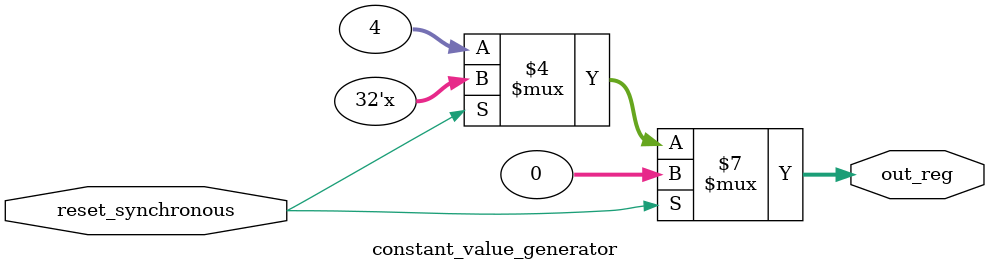
<source format=v>
module constant_value_generator #(parameter W = 32, value=4) 
	( 
	input reset_synchronous, // Reset == 1 --> Clear Register Content @ Next Rising Edge
	output reg [W-1:0] out_reg
	);
	
	always @(*) // Sequential Circuit
		begin
			if (reset_synchronous == 1)
				out_reg <= 0; // Reset at the next clock cycle
			else if (reset_synchronous == 0)
				out_reg <= value; // Load output at the next clock cycle with parallel input
		end
endmodule

</source>
